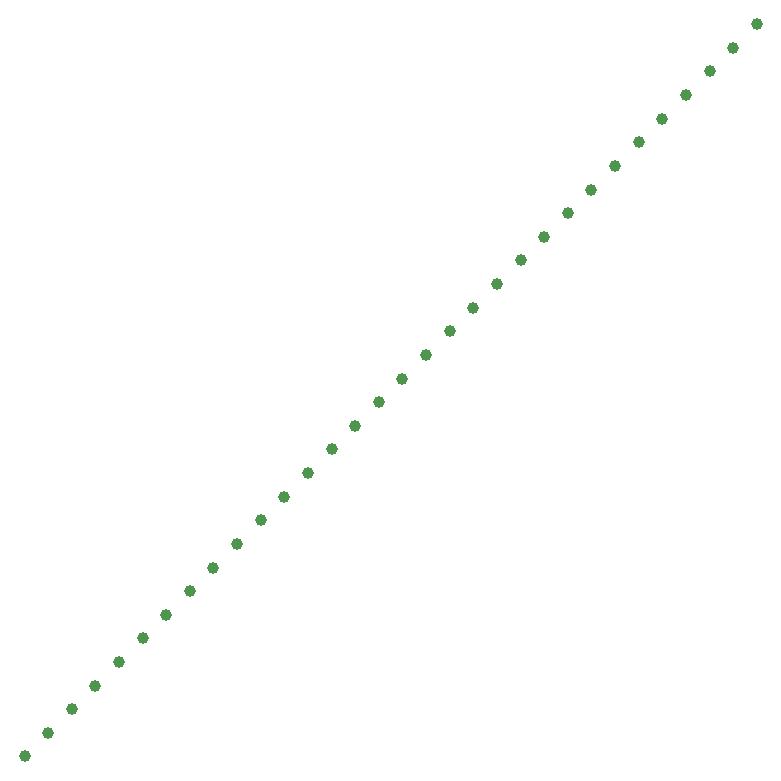
<source format=gbr>
G04 Examples for testing time performance of Gerber parsers*
%FSLAX26Y26*%
%MOMM*%
%ADD10C,1*%
%LPD*%
D10*
X0Y0D03*
X2000000Y2000000D03*
X4000000Y4000000D03*
X6000000Y6000000D03*
X8000000Y8000000D03*
X10000000Y10000000D03*
X12000000Y12000000D03*
X14000000Y14000000D03*
X16000000Y16000000D03*
X18000000Y18000000D03*
X20000000Y20000000D03*
X22000000Y22000000D03*
X24000000Y24000000D03*
X26000000Y26000000D03*
X28000000Y28000000D03*
X30000000Y30000000D03*
X32000000Y32000000D03*
X34000000Y34000000D03*
X36000000Y36000000D03*
X38000000Y38000000D03*
X40000000Y40000000D03*
X42000000Y42000000D03*
X44000000Y44000000D03*
X46000000Y46000000D03*
X48000000Y48000000D03*
X50000000Y50000000D03*
X52000000Y52000000D03*
X54000000Y54000000D03*
X56000000Y56000000D03*
X58000000Y58000000D03*
X60000000Y60000000D03*
X62000000Y62000000D03*
M02*

</source>
